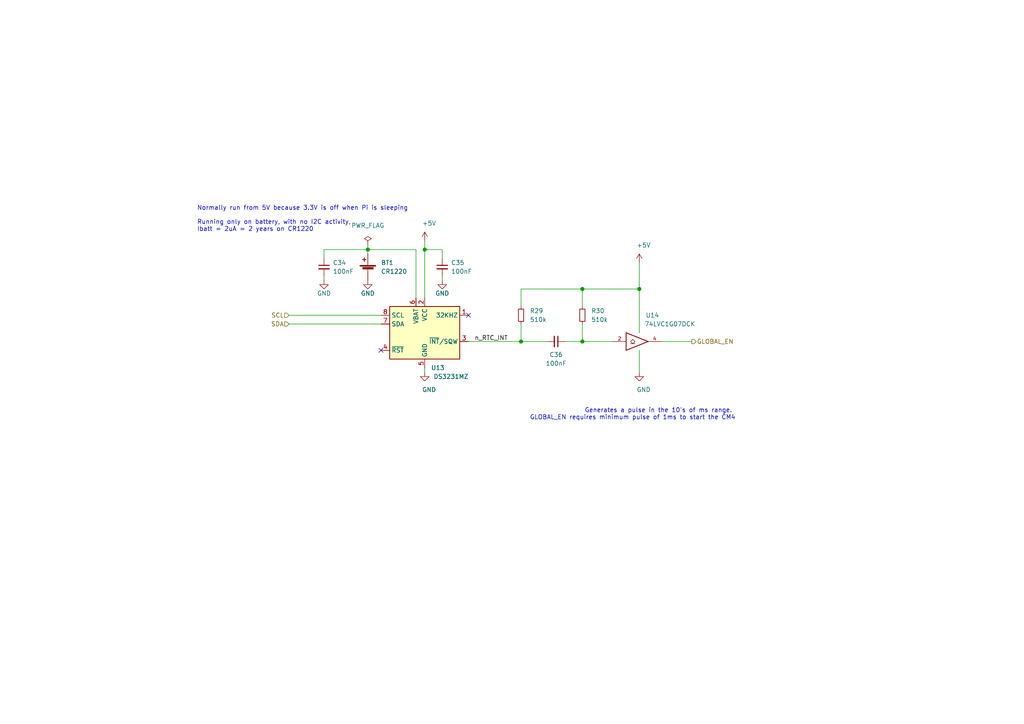
<source format=kicad_sch>
(kicad_sch (version 20210406) (generator eeschema)
  (paper "A4")
  (lib_symbols
    (symbol "74xGxx:74LVC1G07" (pin_names (offset 1.016))
      (property "Reference" "U" (at -2.54 3.81 0))
      (property "Value" "74LVC1G07" (at 0 -3.81 0))
      (symbol "74LVC1G07_0_1"
        (polyline (pts (xy -2.54 -0.635) (xy -1.27 -0.635)))
        (polyline (pts (xy -3.81 2.54) (xy -3.81 -2.54) (xy 2.54 0) (xy -3.81 2.54)) (stroke (width 0.254)))
        (polyline (pts (xy -1.905 0.635) (xy -2.54 0) (xy -1.905 -0.635) (xy -1.27 0) (xy -1.905 0.635)))
      )
      (symbol "74LVC1G07_1_1"
        (pin input line (at -7.62 0 0) (length 3.81) (name "~") (number "2"))
        (pin power_in line (at 0 -2.54 270) (length 0) hide (name "GND") (number "3"))
        (pin open_collector line (at 6.35 0 180) (length 3.81) (name "~") (number "4"))
        (pin power_in line (at 0 2.54 90) (length 0) hide (name "VCC") (number "5"))
      )
    )
    (symbol "Device:Battery_Cell" (pin_numbers hide) (pin_names (offset 0) hide)
      (property "Reference" "BT" (at 2.54 2.54 0))
      (property "Value" "Battery_Cell" (at 2.54 0 0))
      (symbol "Battery_Cell_0_1"
        (rectangle (start -2.286 1.778) (end 2.286 1.524) (fill (type outline)))
        (rectangle (start -1.5748 1.1938) (end 1.4732 0.6858) (fill (type outline)))
        (polyline (pts (xy 0 0.762) (xy 0 0)))
        (polyline (pts (xy 0 1.778) (xy 0 2.54)))
        (polyline (pts (xy 0.508 3.429) (xy 1.524 3.429)) (stroke (width 0.254)))
        (polyline (pts (xy 1.016 3.937) (xy 1.016 2.921)) (stroke (width 0.254)))
      )
      (symbol "Battery_Cell_1_1"
        (pin passive line (at 0 5.08 270) (length 2.54) (name "+") (number "1"))
        (pin passive line (at 0 -2.54 90) (length 2.54) (name "-") (number "2"))
      )
    )
    (symbol "Device:C_Small" (pin_numbers hide) (pin_names (offset 0.254) hide)
      (property "Reference" "C" (at 0.254 1.778 0))
      (property "Value" "C_Small" (at 0.254 -2.032 0))
      (symbol "C_Small_0_1"
        (polyline (pts (xy -1.524 -0.508) (xy 1.524 -0.508)) (stroke (width 0.3302)))
        (polyline (pts (xy -1.524 0.508) (xy 1.524 0.508)) (stroke (width 0.3048)))
      )
      (symbol "C_Small_1_1"
        (pin passive line (at 0 2.54 270) (length 2.032) (name "~") (number "1"))
        (pin passive line (at 0 -2.54 90) (length 2.032) (name "~") (number "2"))
      )
    )
    (symbol "Device:R_Small" (pin_numbers hide) (pin_names (offset 0.254) hide)
      (property "Reference" "R" (at 0.762 0.508 0))
      (property "Value" "R_Small" (at 0.762 -1.016 0))
      (symbol "R_Small_0_1"
        (rectangle (start -0.762 1.778) (end 0.762 -1.778) (stroke (width 0.2032)))
      )
      (symbol "R_Small_1_1"
        (pin passive line (at 0 2.54 270) (length 0.762) (name "~") (number "1"))
        (pin passive line (at 0 -2.54 90) (length 0.762) (name "~") (number "2"))
      )
    )
    (symbol "Timer_RTC:DS3231MZ"
      (property "Reference" "U" (at -7.62 8.89 0))
      (property "Value" "DS3231MZ" (at 11.43 8.89 0))
      (symbol "DS3231MZ_0_1"
        (rectangle (start -10.16 7.62) (end 10.16 -7.62) (stroke (width 0.254)) (fill (type background)))
      )
      (symbol "DS3231MZ_1_1"
        (pin open_collector line (at 12.7 5.08 180) (length 2.54) (name "32KHZ") (number "1"))
        (pin power_in line (at 0 10.16 270) (length 2.54) (name "VCC") (number "2"))
        (pin open_collector line (at 12.7 -2.54 180) (length 2.54) (name "~INT~/SQW") (number "3"))
        (pin bidirectional line (at -12.7 -5.08 0) (length 2.54) (name "~RST") (number "4"))
        (pin power_in line (at 0 -10.16 90) (length 2.54) (name "GND") (number "5"))
        (pin power_in line (at -2.54 10.16 270) (length 2.54) (name "VBAT") (number "6"))
        (pin bidirectional line (at -12.7 2.54 0) (length 2.54) (name "SDA") (number "7"))
        (pin input line (at -12.7 5.08 0) (length 2.54) (name "SCL") (number "8"))
      )
    )
    (symbol "power:+5V" (power) (pin_names (offset 0))
      (property "Value" "+5V" (at 0 3.556 0))
      (symbol "+5V_0_1"
        (polyline (pts (xy -0.762 1.27) (xy 0 2.54)))
        (polyline (pts (xy 0 0) (xy 0 2.54)))
        (polyline (pts (xy 0 2.54) (xy 0.762 1.27)))
      )
      (symbol "+5V_1_1"
        (pin power_in line (at 0 0 90) (length 0) hide (name "+5V") (number "1"))
      )
    )
    (symbol "power:GND" (power) (pin_names (offset 0))
      (property "Value" "GND" (at 0 -3.81 0))
      (symbol "GND_0_1"
        (polyline (pts (xy 0 0) (xy 0 -1.27) (xy 1.27 -1.27) (xy 0 -2.54) (xy -1.27 -1.27) (xy 0 -1.27)))
      )
      (symbol "GND_1_1"
        (pin power_in line (at 0 0 270) (length 0) hide (name "GND") (number "1"))
      )
    )
    (symbol "power:PWR_FLAG" (power) (pin_numbers hide) (pin_names (offset 0) hide)
      (property "Value" "PWR_FLAG" (at 0 3.81 0))
      (symbol "PWR_FLAG_0_0"
        (pin power_out line (at 0 0 90) (length 0) (name "pwr") (number "1"))
      )
      (symbol "PWR_FLAG_0_1"
        (polyline (pts (xy 0 0) (xy 0 1.27) (xy -1.016 1.905) (xy 0 2.54) (xy 1.016 1.905) (xy 0 1.27)))
      )
    )
  )
  (junction (at 106.68 72.39) (diameter 1.016))
  (junction (at 123.19 72.39) (diameter 1.016))
  (junction (at 151.13 99.06) (diameter 1.016))
  (junction (at 168.91 83.82) (diameter 1.016))
  (junction (at 168.91 99.06) (diameter 1.016))
  (junction (at 185.42 83.82) (diameter 1.016))
  (no_connect (at 110.49 101.6))
  (no_connect (at 135.89 91.44))
  (wire (pts (xy 83.82 91.44) (xy 110.49 91.44)))
  (wire (pts (xy 83.82 93.98) (xy 110.49 93.98)))
  (wire (pts (xy 93.98 72.39) (xy 93.98 74.93)))
  (wire (pts (xy 93.98 80.01) (xy 93.98 81.28)))
  (wire (pts (xy 106.68 71.12) (xy 106.68 72.39)))
  (wire (pts (xy 106.68 72.39) (xy 93.98 72.39)))
  (wire (pts (xy 106.68 72.39) (xy 120.65 72.39)))
  (wire (pts (xy 106.68 73.66) (xy 106.68 72.39)))
  (wire (pts (xy 120.65 72.39) (xy 120.65 86.36)))
  (wire (pts (xy 123.19 69.85) (xy 123.19 72.39)))
  (wire (pts (xy 123.19 72.39) (xy 123.19 86.36)))
  (wire (pts (xy 123.19 72.39) (xy 128.27 72.39)))
  (wire (pts (xy 123.19 106.68) (xy 123.19 107.95)))
  (wire (pts (xy 128.27 72.39) (xy 128.27 74.93)))
  (wire (pts (xy 128.27 81.28) (xy 128.27 80.01)))
  (wire (pts (xy 135.89 99.06) (xy 151.13 99.06)))
  (wire (pts (xy 151.13 83.82) (xy 168.91 83.82)))
  (wire (pts (xy 151.13 88.9) (xy 151.13 83.82)))
  (wire (pts (xy 151.13 93.98) (xy 151.13 99.06)))
  (wire (pts (xy 151.13 99.06) (xy 158.75 99.06)))
  (wire (pts (xy 163.83 99.06) (xy 168.91 99.06)))
  (wire (pts (xy 168.91 83.82) (xy 168.91 88.9)))
  (wire (pts (xy 168.91 83.82) (xy 185.42 83.82)))
  (wire (pts (xy 168.91 93.98) (xy 168.91 99.06)))
  (wire (pts (xy 168.91 99.06) (xy 177.8 99.06)))
  (wire (pts (xy 185.42 76.2) (xy 185.42 83.82)))
  (wire (pts (xy 185.42 83.82) (xy 185.42 96.52)))
  (wire (pts (xy 185.42 101.6) (xy 185.42 107.95)))
  (wire (pts (xy 191.77 99.06) (xy 200.66 99.06)))
  (text "Normally run from 5V because 3.3V is off when Pi is sleeping\n\nRunning only on battery, with no I2C activity, \nIbatt = 2uA = 2 years on CR1220" (at 57.15 67.31 0) (effects (font (size 1.27 1.27)) (justify left bottom)))
  (text "Generates a pulse in the 10's of ms range. \nGLOBAL_EN requires minimum pulse of 1ms to start the CM4" (at 213.36 121.92 0) (effects (font (size 1.27 1.27)) (justify right bottom)))
  (label "n_RTC_INT" (at 147.32 99.06 180))
  (hierarchical_label "SCL" (shape input) (at 83.82 91.44 180))
  (hierarchical_label "SDA" (shape input) (at 83.82 93.98 180))
  (hierarchical_label "GLOBAL_EN" (shape output) (at 200.66 99.06 0))
  (symbol (lib_id "power:+5V") (at 123.19 69.85 0) (unit 1)
    (property "Reference" "#PWR0100" (effects hide))
    (property "Value" "+5V" (at 124.46 64.77 0))
  )
  (symbol (lib_id "power:+5V") (at 185.42 76.2 0) (unit 1)
    (property "Reference" "#PWR0103" (effects hide))
    (property "Value" "+5V" (at 186.69 71.12 0))
  )
  (symbol (lib_id "power:PWR_FLAG") (at 106.68 71.12 0) (unit 1)
    (property "Reference" "#FLG0105" (effects hide))
    (property "Value" "PWR_FLAG" (at 106.68 65.405 0))
  )
  (symbol (lib_id "power:GND") (at 93.98 81.28 0) (unit 1)
    (property "Reference" "#PWR098" (effects hide))
    (property "Value" "GND" (at 93.98 85.09 0))
  )
  (symbol (lib_id "power:GND") (at 106.68 81.28 0) (unit 1)
    (property "Reference" "#PWR099" (effects hide))
    (property "Value" "GND" (at 106.68 85.09 0))
  )
  (symbol (lib_id "power:GND") (at 123.19 107.95 0) (unit 1)
    (property "Reference" "#PWR0101" (effects hide))
    (property "Value" "GND" (at 124.46 113.03 0))
  )
  (symbol (lib_id "power:GND") (at 128.27 81.28 0) (unit 1)
    (property "Reference" "#PWR0102" (effects hide))
    (property "Value" "GND" (at 128.27 85.09 0))
  )
  (symbol (lib_id "power:GND") (at 185.42 107.95 0) (unit 1)
    (property "Reference" "#PWR0104" (effects hide))
    (property "Value" "GND" (at 186.69 113.03 0))
  )
  (symbol (lib_id "Device:R_Small") (at 151.13 91.44 0) (mirror y) (unit 1)
    (property "Reference" "R29" (at 153.67 90.17 0) (effects (justify right)))
    (property "Value" "510k" (at 153.67 92.71 0) (effects (justify right)))
    (property "Footprint" "Resistor_SMD:R_0603_1608Metric" (effects hide))
  )
  (symbol (lib_id "Device:R_Small") (at 168.91 91.44 0) (mirror y) (unit 1)
    (property "Reference" "R30" (at 171.45 90.17 0) (effects (justify right)))
    (property "Value" "510k" (at 171.45 92.71 0) (effects (justify right)))
    (property "Footprint" "Resistor_SMD:R_0603_1608Metric" (effects hide))
  )
  (symbol (lib_id "Device:C_Small") (at 93.98 77.47 0) (unit 1)
    (property "Reference" "C34" (at 96.52 76.2 0) (effects (justify left)))
    (property "Value" "100nF" (at 96.52 78.74 0) (effects (justify left)))
    (property "Footprint" "Capacitor_SMD:C_0603_1608Metric" (effects hide))
  )
  (symbol (lib_id "Device:C_Small") (at 128.27 77.47 0) (unit 1)
    (property "Reference" "C35" (at 130.81 76.2 0) (effects (justify left)))
    (property "Value" "100nF" (at 130.81 78.74 0) (effects (justify left)))
    (property "Footprint" "Capacitor_SMD:C_0603_1608Metric" (effects hide))
  )
  (symbol (lib_id "Device:C_Small") (at 161.29 99.06 270) (unit 1)
    (property "Reference" "C36" (at 161.29 102.87 90))
    (property "Value" "100nF" (at 161.29 105.41 90))
    (property "Footprint" "Capacitor_SMD:C_0603_1608Metric" (effects hide))
  )
  (symbol (lib_id "Device:Battery_Cell") (at 106.68 78.74 0) (mirror y) (unit 1)
    (property "Reference" "BT1" (at 110.49 76.2 0) (effects (justify right)))
    (property "Value" "CR1220" (at 110.49 78.74 0) (effects (justify right)))
    (property "Footprint" "jeffmakes-footprints:Keystone-3000-CR1220-CR1216" (effects hide))
  )
  (symbol (lib_id "74xGxx:74LVC1G07") (at 185.42 99.06 0) (unit 1)
    (property "Reference" "U14" (at 189.23 91.44 0))
    (property "Value" "74LVC1G07DCK" (at 194.31 93.98 0))
    (property "Footprint" "Package_TO_SOT_SMD:SOT-353_SC-70-5" (effects hide))
    (property "Datasheet" "http://www.ti.com/lit/sg/scyt129e/scyt129e.pdf" (effects hide))
  )
  (symbol (lib_id "Timer_RTC:DS3231MZ") (at 123.19 96.52 0) (unit 1)
    (property "Reference" "U13" (at 127 106.68 0))
    (property "Value" "DS3231MZ" (at 130.81 109.22 0))
    (property "Footprint" "Package_SO:SOIC-8_3.9x4.9mm_P1.27mm" (effects hide))
    (property "Datasheet" "http://datasheets.maximintegrated.com/en/ds/DS3231M.pdf" (effects hide))
  )
)
</source>
